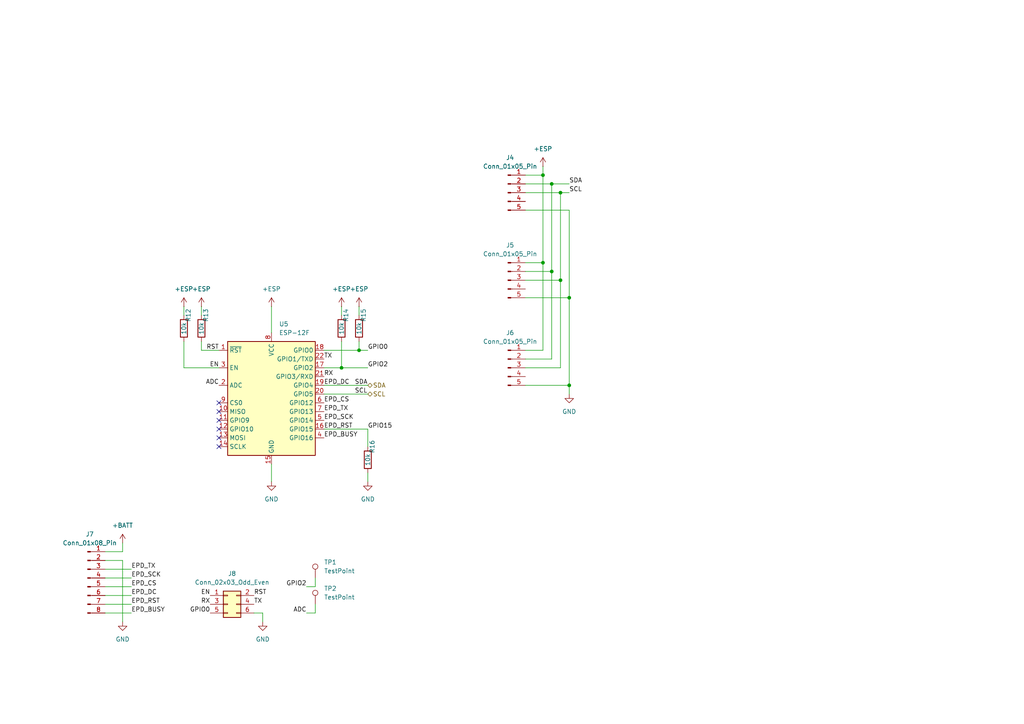
<source format=kicad_sch>
(kicad_sch (version 20231120) (generator "eeschema") (generator_version "8.0")
  (paper "A4")
  (lib_symbols
    (symbol "Connector:Conn_01x05_Pin" (pin_names (offset 1.016) hide)
      (property "Reference" "J" (at 0 7.62 0))
      (property "Value" "Conn_01x05_Pin" (at 0 -7.62 0))
      (symbol "Conn_01x05_Pin_1_1"
        (polyline (pts (xy 1.27 -5.08) (xy 0.8636 -5.08)) (stroke (width 0.1524)))
        (polyline (pts (xy 1.27 -2.54) (xy 0.8636 -2.54)) (stroke (width 0.1524)))
        (polyline (pts (xy 1.27 0) (xy 0.8636 0)) (stroke (width 0.1524)))
        (polyline (pts (xy 1.27 2.54) (xy 0.8636 2.54)) (stroke (width 0.1524)))
        (polyline (pts (xy 1.27 5.08) (xy 0.8636 5.08)) (stroke (width 0.1524)))
        (rectangle (start 0.8636 -4.953) (end 0 -5.207) (stroke (width 0.1524)) (fill (type outline)))
        (rectangle (start 0.8636 -2.413) (end 0 -2.667) (stroke (width 0.1524)) (fill (type outline)))
        (rectangle (start 0.8636 0.127) (end 0 -0.127) (stroke (width 0.1524)) (fill (type outline)))
        (rectangle (start 0.8636 2.667) (end 0 2.413) (stroke (width 0.1524)) (fill (type outline)))
        (rectangle (start 0.8636 5.207) (end 0 4.953) (stroke (width 0.1524)) (fill (type outline)))
        (pin passive line (at 5.08 5.08 180) (length 3.81) (name "Pin_1") (number "1"))
        (pin passive line (at 5.08 2.54 180) (length 3.81) (name "Pin_2") (number "2"))
        (pin passive line (at 5.08 0 180) (length 3.81) (name "Pin_3") (number "3"))
        (pin passive line (at 5.08 -2.54 180) (length 3.81) (name "Pin_4") (number "4"))
        (pin passive line (at 5.08 -5.08 180) (length 3.81) (name "Pin_5") (number "5"))
      )
    )
    (symbol "Connector:Conn_01x08_Pin" (pin_names (offset 1.016) hide)
      (property "Reference" "J" (at 0 10.16 0))
      (property "Value" "Conn_01x08_Pin" (at 0 -12.7 0))
      (symbol "Conn_01x08_Pin_1_1"
        (polyline (pts (xy 1.27 -10.16) (xy 0.8636 -10.16)) (stroke (width 0.1524)))
        (polyline (pts (xy 1.27 -7.62) (xy 0.8636 -7.62)) (stroke (width 0.1524)))
        (polyline (pts (xy 1.27 -5.08) (xy 0.8636 -5.08)) (stroke (width 0.1524)))
        (polyline (pts (xy 1.27 -2.54) (xy 0.8636 -2.54)) (stroke (width 0.1524)))
        (polyline (pts (xy 1.27 0) (xy 0.8636 0)) (stroke (width 0.1524)))
        (polyline (pts (xy 1.27 2.54) (xy 0.8636 2.54)) (stroke (width 0.1524)))
        (polyline (pts (xy 1.27 5.08) (xy 0.8636 5.08)) (stroke (width 0.1524)))
        (polyline (pts (xy 1.27 7.62) (xy 0.8636 7.62)) (stroke (width 0.1524)))
        (rectangle (start 0.8636 -10.033) (end 0 -10.287) (stroke (width 0.1524)) (fill (type outline)))
        (rectangle (start 0.8636 -7.493) (end 0 -7.747) (stroke (width 0.1524)) (fill (type outline)))
        (rectangle (start 0.8636 -4.953) (end 0 -5.207) (stroke (width 0.1524)) (fill (type outline)))
        (rectangle (start 0.8636 -2.413) (end 0 -2.667) (stroke (width 0.1524)) (fill (type outline)))
        (rectangle (start 0.8636 0.127) (end 0 -0.127) (stroke (width 0.1524)) (fill (type outline)))
        (rectangle (start 0.8636 2.667) (end 0 2.413) (stroke (width 0.1524)) (fill (type outline)))
        (rectangle (start 0.8636 5.207) (end 0 4.953) (stroke (width 0.1524)) (fill (type outline)))
        (rectangle (start 0.8636 7.747) (end 0 7.493) (stroke (width 0.1524)) (fill (type outline)))
        (pin passive line (at 5.08 7.62 180) (length 3.81) (name "Pin_1") (number "1"))
        (pin passive line (at 5.08 5.08 180) (length 3.81) (name "Pin_2") (number "2"))
        (pin passive line (at 5.08 2.54 180) (length 3.81) (name "Pin_3") (number "3"))
        (pin passive line (at 5.08 0 180) (length 3.81) (name "Pin_4") (number "4"))
        (pin passive line (at 5.08 -2.54 180) (length 3.81) (name "Pin_5") (number "5"))
        (pin passive line (at 5.08 -5.08 180) (length 3.81) (name "Pin_6") (number "6"))
        (pin passive line (at 5.08 -7.62 180) (length 3.81) (name "Pin_7") (number "7"))
        (pin passive line (at 5.08 -10.16 180) (length 3.81) (name "Pin_8") (number "8"))
      )
    )
    (symbol "Connector:TestPoint" (pin_numbers hide) (pin_names (offset 0.762) hide)
      (property "Reference" "TP" (at 0 6.858 0))
      (property "Value" "TestPoint" (at 0 5.08 0))
      (symbol "TestPoint_0_1"
        (circle (center 0 3.302) (radius 0.762))
      )
      (symbol "TestPoint_1_1"
        (pin passive line (at 0 0 90) (length 2.54) (name "1") (number "1"))
      )
    )
    (symbol "Connector_Generic:Conn_02x03_Odd_Even" (pin_names (offset 1.016) hide)
      (property "Reference" "J" (at 1.27 5.08 0))
      (property "Value" "Conn_02x03_Odd_Even" (at 1.27 -5.08 0))
      (symbol "Conn_02x03_Odd_Even_1_1"
        (rectangle (start -1.27 -2.413) (end 0 -2.667) (stroke (width 0.1524)))
        (rectangle (start -1.27 0.127) (end 0 -0.127) (stroke (width 0.1524)))
        (rectangle (start -1.27 2.667) (end 0 2.413) (stroke (width 0.1524)))
        (rectangle (start -1.27 3.81) (end 3.81 -3.81) (stroke (width 0.254)) (fill (type background)))
        (rectangle (start 3.81 -2.413) (end 2.54 -2.667) (stroke (width 0.1524)))
        (rectangle (start 3.81 0.127) (end 2.54 -0.127) (stroke (width 0.1524)))
        (rectangle (start 3.81 2.667) (end 2.54 2.413) (stroke (width 0.1524)))
        (pin passive line (at -5.08 2.54 0) (length 3.81) (name "Pin_1") (number "1"))
        (pin passive line (at 7.62 2.54 180) (length 3.81) (name "Pin_2") (number "2"))
        (pin passive line (at -5.08 0 0) (length 3.81) (name "Pin_3") (number "3"))
        (pin passive line (at 7.62 0 180) (length 3.81) (name "Pin_4") (number "4"))
        (pin passive line (at -5.08 -2.54 0) (length 3.81) (name "Pin_5") (number "5"))
        (pin passive line (at 7.62 -2.54 180) (length 3.81) (name "Pin_6") (number "6"))
      )
    )
    (symbol "Device:R" (pin_numbers hide) (pin_names (offset 0))
      (property "Reference" "R" (at 2.032 0 90))
      (property "Value" "R" (at 0 0 90))
      (symbol "R_0_1"
        (rectangle (start -1.016 -2.54) (end 1.016 2.54) (stroke (width 0.254)))
      )
      (symbol "R_1_1"
        (pin passive line (at 0 3.81 270) (length 1.27) (name "~") (number "1"))
        (pin passive line (at 0 -3.81 90) (length 1.27) (name "~") (number "2"))
      )
    )
    (symbol "RF_Module:ESP-12F"
      (property "Reference" "U" (at -12.7 19.05 0))
      (property "Value" "ESP-12F" (at 12.7 19.05 0))
      (symbol "ESP-12F_0_1"
        (rectangle (start -12.7 17.78) (end 12.7 -15.24) (stroke (width 0.254)) (fill (type background)))
      )
      (symbol "ESP-12F_1_1"
        (pin input line (at -15.24 15.24 0) (length 2.54) (name "~{RST}") (number "1"))
        (pin bidirectional line (at -15.24 -2.54 0) (length 2.54) (name "MISO") (number "10"))
        (pin bidirectional line (at -15.24 -5.08 0) (length 2.54) (name "GPIO9") (number "11"))
        (pin bidirectional line (at -15.24 -7.62 0) (length 2.54) (name "GPIO10") (number "12"))
        (pin bidirectional line (at -15.24 -10.16 0) (length 2.54) (name "MOSI") (number "13"))
        (pin bidirectional line (at -15.24 -12.7 0) (length 2.54) (name "SCLK") (number "14"))
        (pin power_in line (at 0 -17.78 90) (length 2.54) (name "GND") (number "15"))
        (pin bidirectional line (at 15.24 -7.62 180) (length 2.54) (name "GPIO15") (number "16"))
        (pin bidirectional line (at 15.24 10.16 180) (length 2.54) (name "GPIO2") (number "17"))
        (pin bidirectional line (at 15.24 15.24 180) (length 2.54) (name "GPIO0") (number "18"))
        (pin bidirectional line (at 15.24 5.08 180) (length 2.54) (name "GPIO4") (number "19"))
        (pin input line (at -15.24 5.08 0) (length 2.54) (name "ADC") (number "2"))
        (pin bidirectional line (at 15.24 2.54 180) (length 2.54) (name "GPIO5") (number "20"))
        (pin bidirectional line (at 15.24 7.62 180) (length 2.54) (name "GPIO3/RXD") (number "21"))
        (pin bidirectional line (at 15.24 12.7 180) (length 2.54) (name "GPIO1/TXD") (number "22"))
        (pin input line (at -15.24 10.16 0) (length 2.54) (name "EN") (number "3"))
        (pin bidirectional line (at 15.24 -10.16 180) (length 2.54) (name "GPIO16") (number "4"))
        (pin bidirectional line (at 15.24 -5.08 180) (length 2.54) (name "GPIO14") (number "5"))
        (pin bidirectional line (at 15.24 0 180) (length 2.54) (name "GPIO12") (number "6"))
        (pin bidirectional line (at 15.24 -2.54 180) (length 2.54) (name "GPIO13") (number "7"))
        (pin power_in line (at 0 20.32 270) (length 2.54) (name "VCC") (number "8"))
        (pin input line (at -15.24 0 0) (length 2.54) (name "CS0") (number "9"))
      )
    )
    (symbol "power:+3V3" (power) (pin_numbers hide) (pin_names (offset 0) hide)
      (property "Value" "+3V3" (at 0 3.556 0))
      (symbol "+3V3_0_1"
        (polyline (pts (xy -0.762 1.27) (xy 0 2.54)))
        (polyline (pts (xy 0 0) (xy 0 2.54)))
        (polyline (pts (xy 0 2.54) (xy 0.762 1.27)))
      )
      (symbol "+3V3_1_1"
        (pin power_in line (at 0 0 90) (length 0) (name "~") (number "1"))
      )
    )
    (symbol "power:+BATT" (power) (pin_names (offset 0))
      (property "Value" "+BATT" (at 0 3.556 0))
      (symbol "+BATT_0_1"
        (polyline (pts (xy -0.762 1.27) (xy 0 2.54)))
        (polyline (pts (xy 0 0) (xy 0 2.54)))
        (polyline (pts (xy 0 2.54) (xy 0.762 1.27)))
      )
      (symbol "+BATT_1_1"
        (pin power_in line (at 0 0 90) (length 0) hide (name "+BATT") (number "1"))
      )
    )
    (symbol "power:GND" (power) (pin_names (offset 0))
      (property "Value" "GND" (at 0 -3.81 0))
      (symbol "GND_0_1"
        (polyline (pts (xy 0 0) (xy 0 -1.27) (xy 1.27 -1.27) (xy 0 -2.54) (xy -1.27 -1.27) (xy 0 -1.27)))
      )
      (symbol "GND_1_1"
        (pin power_in line (at 0 0 270) (length 0) hide (name "GND") (number "1"))
      )
    )
  )
  (junction (at 162.56 81.28))
  (junction (at 157.48 50.8))
  (junction (at 165.1 86.36))
  (junction (at 160.02 53.34))
  (junction (at 165.1 111.76))
  (junction (at 160.02 78.74))
  (junction (at 157.48 76.2))
  (junction (at 162.56 55.88))
  (junction (at 104.14 101.6))
  (junction (at 99.06 106.68))
  (no_connect (at 63.5 129.54))
  (no_connect (at 63.5 119.38))
  (no_connect (at 63.5 116.84))
  (no_connect (at 63.5 124.46))
  (no_connect (at 63.5 127))
  (no_connect (at 63.5 121.92))
  (wire (pts (xy 104.14 88.9) (xy 104.14 91.44)))
  (wire (pts (xy 160.02 53.34) (xy 165.1 53.34)))
  (wire (pts (xy 58.42 88.9) (xy 58.42 91.44)))
  (wire (pts (xy 104.14 99.06) (xy 104.14 101.6)))
  (wire (pts (xy 162.56 81.28) (xy 162.56 106.68)))
  (wire (pts (xy 152.4 78.74) (xy 160.02 78.74)))
  (wire (pts (xy 152.4 55.88) (xy 162.56 55.88)))
  (wire (pts (xy 53.34 106.68) (xy 63.5 106.68)))
  (wire (pts (xy 165.1 60.96) (xy 165.1 86.36)))
  (wire (pts (xy 152.4 53.34) (xy 160.02 53.34)))
  (wire (pts (xy 35.56 162.56) (xy 30.48 162.56)))
  (wire (pts (xy 157.48 76.2) (xy 157.48 101.6)))
  (wire (pts (xy 35.56 160.02) (xy 30.48 160.02)))
  (wire (pts (xy 160.02 104.14) (xy 152.4 104.14)))
  (wire (pts (xy 106.68 101.6) (xy 104.14 101.6)))
  (wire (pts (xy 99.06 106.68) (xy 93.98 106.68)))
  (wire (pts (xy 165.1 86.36) (xy 165.1 111.76)))
  (wire (pts (xy 58.42 101.6) (xy 63.5 101.6)))
  (wire (pts (xy 76.2 177.8) (xy 76.2 180.34)))
  (wire (pts (xy 78.74 88.9) (xy 78.74 96.52)))
  (wire (pts (xy 35.56 157.48) (xy 35.56 160.02)))
  (wire (pts (xy 30.48 172.72) (xy 38.1 172.72)))
  (wire (pts (xy 152.4 76.2) (xy 157.48 76.2)))
  (wire (pts (xy 88.9 177.8) (xy 91.44 177.8)))
  (wire (pts (xy 30.48 167.64) (xy 38.1 167.64)))
  (wire (pts (xy 152.4 60.96) (xy 165.1 60.96)))
  (wire (pts (xy 99.06 88.9) (xy 99.06 91.44)))
  (wire (pts (xy 152.4 81.28) (xy 162.56 81.28)))
  (wire (pts (xy 104.14 101.6) (xy 93.98 101.6)))
  (wire (pts (xy 99.06 99.06) (xy 99.06 106.68)))
  (wire (pts (xy 160.02 78.74) (xy 160.02 104.14)))
  (wire (pts (xy 152.4 86.36) (xy 165.1 86.36)))
  (wire (pts (xy 91.44 170.18) (xy 91.44 167.64)))
  (wire (pts (xy 88.9 170.18) (xy 91.44 170.18)))
  (wire (pts (xy 58.42 99.06) (xy 58.42 101.6)))
  (wire (pts (xy 30.48 165.1) (xy 38.1 165.1)))
  (wire (pts (xy 157.48 101.6) (xy 152.4 101.6)))
  (wire (pts (xy 157.48 50.8) (xy 157.48 76.2)))
  (wire (pts (xy 157.48 48.26) (xy 157.48 50.8)))
  (wire (pts (xy 106.68 137.16) (xy 106.68 139.7)))
  (wire (pts (xy 93.98 111.76) (xy 106.68 111.76)))
  (wire (pts (xy 53.34 88.9) (xy 53.34 91.44)))
  (wire (pts (xy 35.56 180.34) (xy 35.56 162.56)))
  (wire (pts (xy 162.56 106.68) (xy 152.4 106.68)))
  (wire (pts (xy 30.48 170.18) (xy 38.1 170.18)))
  (wire (pts (xy 106.68 129.54) (xy 106.68 124.46)))
  (wire (pts (xy 93.98 114.3) (xy 106.68 114.3)))
  (wire (pts (xy 160.02 53.34) (xy 160.02 78.74)))
  (wire (pts (xy 162.56 55.88) (xy 162.56 81.28)))
  (wire (pts (xy 162.56 55.88) (xy 165.1 55.88)))
  (wire (pts (xy 91.44 177.8) (xy 91.44 175.26)))
  (wire (pts (xy 152.4 50.8) (xy 157.48 50.8)))
  (wire (pts (xy 53.34 99.06) (xy 53.34 106.68)))
  (wire (pts (xy 73.66 177.8) (xy 76.2 177.8)))
  (wire (pts (xy 99.06 106.68) (xy 106.68 106.68)))
  (wire (pts (xy 106.68 124.46) (xy 93.98 124.46)))
  (wire (pts (xy 165.1 111.76) (xy 152.4 111.76)))
  (wire (pts (xy 30.48 175.26) (xy 38.1 175.26)))
  (wire (pts (xy 30.48 177.8) (xy 38.1 177.8)))
  (wire (pts (xy 78.74 134.62) (xy 78.74 139.7)))
  (wire (pts (xy 165.1 111.76) (xy 165.1 114.3)))
  (label "EPD_SCK" (at 38.1 167.64 0))
  (label "GPIO0" (at 106.68 101.6 0))
  (label "RST" (at 63.5 101.6 180))
  (label "EPD_SCK" (at 93.98 121.92 0))
  (label "ADC" (at 88.9 177.8 180))
  (label "SDA" (at 102.87 111.76 0))
  (label "EN" (at 60.96 172.72 180))
  (label "EPD_BUSY" (at 93.98 127 0))
  (label "EPD_BUSY" (at 38.1 177.8 0))
  (label "TX" (at 73.66 175.26 0))
  (label "EPD_CS" (at 93.98 116.84 0))
  (label "SCL" (at 102.87 114.3 0))
  (label "GPIO2" (at 106.68 106.68 0))
  (label "GPIO15" (at 106.68 124.46 0))
  (label "RST" (at 73.66 172.72 0))
  (label "EPD_DC" (at 93.98 111.76 0))
  (label "EPD_DC" (at 38.1 172.72 0))
  (label "RX" (at 60.96 175.26 180))
  (label "ADC" (at 63.5 111.76 180))
  (label "EPD_RST" (at 93.98 124.46 0))
  (label "EPD_TX" (at 93.98 119.38 0))
  (label "TX" (at 93.98 104.14 0))
  (label "RX" (at 93.98 109.22 0))
  (label "EN" (at 63.5 106.68 180))
  (label "GPIO2" (at 88.9 170.18 180))
  (label "EPD_TX" (at 38.1 165.1 0))
  (label "SCL" (at 165.1 55.88 0))
  (label "EPD_RST" (at 38.1 175.26 0))
  (label "GPIO0" (at 60.96 177.8 180))
  (label "EPD_CS" (at 38.1 170.18 0))
  (label "SDA" (at 165.1 53.34 0))
  (hierarchical_label "SDA" (shape bidirectional) (at 106.68 111.76 0))
  (hierarchical_label "SCL" (shape bidirectional) (at 106.68 114.3 0))
  (symbol (lib_id "power:GND") (at 78.74 139.7 0) (unit 1)
    (property "Reference" "#PWR036" (effects (hide yes)))
    (property "Value" "GND" (at 78.74 144.78 0))
  )
  (symbol (lib_id "Connector:TestPoint") (at 91.44 175.26 0) (unit 1)
    (property "Reference" "TP2" (at 93.98 170.6879 0) (effects (justify left)))
    (property "Value" "TestPoint" (at 93.98 173.2279 0) (effects (justify left)))
    (property "Footprint" "TestPoint:TestPoint_Pad_D1.5mm" (effects (hide yes)))
    (property "Description" "test point" (effects (hide yes)))
  )
  (symbol (lib_id "Connector:TestPoint") (at 91.44 167.64 0) (unit 1)
    (property "Reference" "TP1" (at 93.98 163.0679 0) (effects (justify left)))
    (property "Value" "TestPoint" (at 93.98 165.6079 0) (effects (justify left)))
    (property "Footprint" "TestPoint:TestPoint_Pad_D1.5mm" (effects (hide yes)))
    (property "Description" "test point" (effects (hide yes)))
  )
  (symbol (lib_id "Device:R") (at 104.14 95.25 0) (unit 1)
    (property "Reference" "R15" (at 105.41 91.44 90))
    (property "Value" "10k" (at 104.14 95.25 90))
    (property "Footprint" "Resistor_SMD:R_0402_1005Metric_Pad0.72x0.64mm_HandSolder" (effects (hide yes)))
  )
  (symbol (lib_id "power:GND") (at 35.56 180.34 0) (unit 1)
    (property "Reference" "#PWR039" (effects (hide yes)))
    (property "Value" "GND" (at 35.56 185.42 0))
  )
  (symbol (lib_id "power:+BATT") (at 35.56 157.48 0) (unit 1)
    (property "Reference" "#PWR038" (effects (hide yes)))
    (property "Value" "+BATT" (at 35.56 152.4 0))
  )
  (symbol (lib_id "Device:R") (at 58.42 95.25 0) (unit 1)
    (property "Reference" "R13" (at 59.69 91.44 90))
    (property "Value" "10k" (at 58.42 95.25 90))
    (property "Footprint" "Resistor_SMD:R_0402_1005Metric_Pad0.72x0.64mm_HandSolder" (effects (hide yes)))
  )
  (symbol (lib_id "power:+3V3") (at 104.14 88.9 0) (unit 1)
    (property "Reference" "#PWR034" (effects (hide yes)))
    (property "Value" "+ESP" (at 104.14 83.82 0))
    (property "Description" "Power symbol creates a global label with name \"+3V3\"" (effects (hide yes)))
  )
  (symbol (lib_id "Connector:Conn_01x05_Pin") (at 147.32 55.88 0) (unit 1)
    (property "Reference" "J4" (at 147.955 45.72 0))
    (property "Value" "Conn_01x05_Pin" (at 147.955 48.26 0))
    (property "Footprint" "Connector_PinHeader_2.54mm:PinHeader_1x05_P2.54mm_Vertical" (effects (hide yes)))
  )
  (symbol (lib_id "power:GND") (at 165.1 114.3 0) (unit 1)
    (property "Reference" "#PWR035" (effects (hide yes)))
    (property "Value" "GND" (at 165.1 119.38 0))
  )
  (symbol (lib_id "power:GND") (at 106.68 139.7 0) (unit 1)
    (property "Reference" "#PWR037" (effects (hide yes)))
    (property "Value" "GND" (at 106.68 144.78 0))
  )
  (symbol (lib_id "Device:R") (at 99.06 95.25 0) (unit 1)
    (property "Reference" "R14" (at 100.33 91.44 90))
    (property "Value" "10k" (at 99.06 95.25 90))
    (property "Footprint" "Resistor_SMD:R_0402_1005Metric_Pad0.72x0.64mm_HandSolder" (effects (hide yes)))
  )
  (symbol (lib_id "power:+3V3") (at 53.34 88.9 0) (unit 1)
    (property "Reference" "#PWR030" (effects (hide yes)))
    (property "Value" "+ESP" (at 53.34 83.82 0))
    (property "Description" "Power symbol creates a global label with name \"+3V3\"" (effects (hide yes)))
  )
  (symbol (lib_id "Connector:Conn_01x05_Pin") (at 147.32 81.28 0) (unit 1)
    (property "Reference" "J5" (at 147.955 71.12 0))
    (property "Value" "Conn_01x05_Pin" (at 147.955 73.66 0))
    (property "Footprint" "Connector_PinHeader_2.54mm:PinHeader_1x05_P2.54mm_Vertical" (effects (hide yes)))
  )
  (symbol (lib_id "power:GND") (at 76.2 180.34 0) (unit 1)
    (property "Reference" "#PWR040" (effects (hide yes)))
    (property "Value" "GND" (at 76.2 185.42 0))
  )
  (symbol (lib_id "power:+3V3") (at 58.42 88.9 0) (unit 1)
    (property "Reference" "#PWR031" (effects (hide yes)))
    (property "Value" "+ESP" (at 58.42 83.82 0))
    (property "Description" "Power symbol creates a global label with name \"+3V3\"" (effects (hide yes)))
  )
  (symbol (lib_id "Device:R") (at 53.34 95.25 0) (unit 1)
    (property "Reference" "R12" (at 54.61 91.44 90))
    (property "Value" "10k" (at 53.34 95.25 90))
    (property "Footprint" "Resistor_SMD:R_0402_1005Metric_Pad0.72x0.64mm_HandSolder" (effects (hide yes)))
  )
  (symbol (lib_id "Connector_Generic:Conn_02x03_Odd_Even") (at 66.04 175.26 0) (unit 1)
    (property "Reference" "J8" (at 67.31 166.37 0))
    (property "Value" "Conn_02x03_Odd_Even" (at 67.31 168.91 0))
    (property "Footprint" "Connector_PinHeader_2.54mm:PinHeader_2x03_P2.54mm_Vertical" (effects (hide yes)))
  )
  (symbol (lib_id "power:+3V3") (at 78.74 88.9 0) (unit 1)
    (property "Reference" "#PWR032" (effects (hide yes)))
    (property "Value" "+ESP" (at 78.74 83.82 0))
    (property "Description" "Power symbol creates a global label with name \"+3V3\"" (effects (hide yes)))
  )
  (symbol (lib_id "power:+3V3") (at 157.48 48.26 0) (unit 1)
    (property "Reference" "#PWR029" (effects (hide yes)))
    (property "Value" "+ESP" (at 157.48 43.18 0))
    (property "Description" "Power symbol creates a global label with name \"+3V3\"" (effects (hide yes)))
  )
  (symbol (lib_id "RF_Module:ESP-12F") (at 78.74 116.84 0) (unit 1)
    (property "Reference" "U5" (at 80.9341 93.98 0) (effects (justify left)))
    (property "Value" "ESP-12F" (at 80.9341 96.52 0) (effects (justify left)))
    (property "Footprint" "RF_Module:ESP-12E" (effects (hide yes)))
    (property "Datasheet" "http://wiki.ai-thinker.com/_media/esp8266/esp8266_series_modules_user_manual_v1.1.pdf" (effects (hide yes)))
    (property "Description" "802.11 b/g/n Wi-Fi Module" (effects (hide yes)))
  )
  (symbol (lib_id "Device:R") (at 106.68 133.35 0) (unit 1)
    (property "Reference" "R16" (at 107.95 129.54 90))
    (property "Value" "10k" (at 106.68 133.35 90))
    (property "Footprint" "Resistor_SMD:R_0402_1005Metric_Pad0.72x0.64mm_HandSolder" (effects (hide yes)))
  )
  (symbol (lib_id "power:+3V3") (at 99.06 88.9 0) (unit 1)
    (property "Reference" "#PWR033" (effects (hide yes)))
    (property "Value" "+ESP" (at 99.06 83.82 0))
    (property "Description" "Power symbol creates a global label with name \"+3V3\"" (effects (hide yes)))
  )
  (symbol (lib_id "Connector:Conn_01x05_Pin") (at 147.32 106.68 0) (unit 1)
    (property "Reference" "J6" (at 147.955 96.52 0))
    (property "Value" "Conn_01x05_Pin" (at 147.955 99.06 0))
    (property "Footprint" "Connector_PinHeader_2.54mm:PinHeader_1x05_P2.54mm_Vertical" (effects (hide yes)))
  )
  (symbol (lib_id "Connector:Conn_01x08_Pin") (at 25.4 167.64 0) (unit 1)
    (property "Reference" "J7" (at 26.035 154.94 0))
    (property "Value" "Conn_01x08_Pin" (at 26.035 157.48 0))
    (property "Footprint" "Connector_PinHeader_2.54mm:PinHeader_1x08_P2.54mm_Vertical" (effects (hide yes)))
  )
)
</source>
